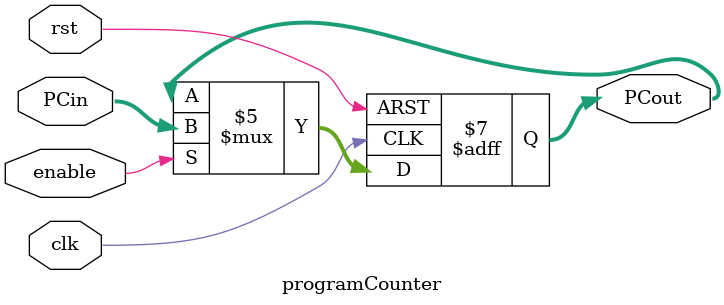
<source format=v>
module programCounter (clk, rst, PCin, enable, PCout);
	
	//inputs
	input clk, rst,enable;
	input [7:0] PCin;
	
	//outputs 
	output reg [7:0] PCout;
	
	//Counter logic
	always@(posedge clk, negedge rst) begin
		if(~rst) begin
			PCout <= 8'd0;
		end
		else if (~enable) begin
			PCout <= PCout;
		end
		else
		PCout <= PCin;
	end
	
endmodule

</source>
